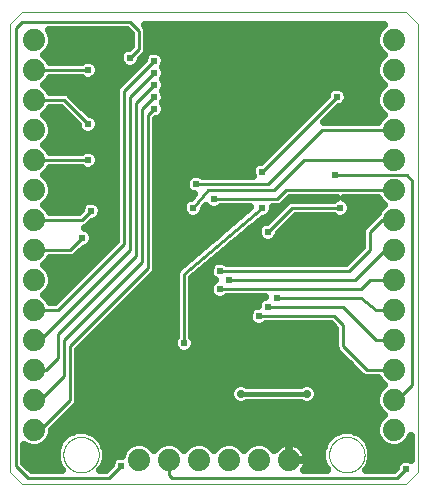
<source format=gbl>
G75*
%MOIN*%
%OFA0B0*%
%FSLAX25Y25*%
%IPPOS*%
%LPD*%
%AMOC8*
5,1,8,0,0,1.08239X$1,22.5*
%
%ADD10C,0.00000*%
%ADD11C,0.07400*%
%ADD12C,0.02500*%
%ADD13C,0.02400*%
%ADD14C,0.02800*%
%ADD15C,0.01600*%
%ADD16C,0.01000*%
D10*
X0002250Y0006187D02*
X0006187Y0002250D01*
X0134140Y0002250D01*
X0138077Y0006187D01*
X0138077Y0155793D01*
X0134140Y0159730D01*
X0006187Y0159730D01*
X0002250Y0155793D01*
X0002250Y0006187D01*
X0019966Y0012093D02*
X0019968Y0012246D01*
X0019974Y0012400D01*
X0019984Y0012553D01*
X0019998Y0012705D01*
X0020016Y0012858D01*
X0020038Y0013009D01*
X0020063Y0013160D01*
X0020093Y0013311D01*
X0020127Y0013461D01*
X0020164Y0013609D01*
X0020205Y0013757D01*
X0020250Y0013903D01*
X0020299Y0014049D01*
X0020352Y0014193D01*
X0020408Y0014335D01*
X0020468Y0014476D01*
X0020532Y0014616D01*
X0020599Y0014754D01*
X0020670Y0014890D01*
X0020745Y0015024D01*
X0020822Y0015156D01*
X0020904Y0015286D01*
X0020988Y0015414D01*
X0021076Y0015540D01*
X0021167Y0015663D01*
X0021261Y0015784D01*
X0021359Y0015902D01*
X0021459Y0016018D01*
X0021563Y0016131D01*
X0021669Y0016242D01*
X0021778Y0016350D01*
X0021890Y0016455D01*
X0022004Y0016556D01*
X0022122Y0016655D01*
X0022241Y0016751D01*
X0022363Y0016844D01*
X0022488Y0016933D01*
X0022615Y0017020D01*
X0022744Y0017102D01*
X0022875Y0017182D01*
X0023008Y0017258D01*
X0023143Y0017331D01*
X0023280Y0017400D01*
X0023419Y0017465D01*
X0023559Y0017527D01*
X0023701Y0017585D01*
X0023844Y0017640D01*
X0023989Y0017691D01*
X0024135Y0017738D01*
X0024282Y0017781D01*
X0024430Y0017820D01*
X0024579Y0017856D01*
X0024729Y0017887D01*
X0024880Y0017915D01*
X0025031Y0017939D01*
X0025184Y0017959D01*
X0025336Y0017975D01*
X0025489Y0017987D01*
X0025642Y0017995D01*
X0025795Y0017999D01*
X0025949Y0017999D01*
X0026102Y0017995D01*
X0026255Y0017987D01*
X0026408Y0017975D01*
X0026560Y0017959D01*
X0026713Y0017939D01*
X0026864Y0017915D01*
X0027015Y0017887D01*
X0027165Y0017856D01*
X0027314Y0017820D01*
X0027462Y0017781D01*
X0027609Y0017738D01*
X0027755Y0017691D01*
X0027900Y0017640D01*
X0028043Y0017585D01*
X0028185Y0017527D01*
X0028325Y0017465D01*
X0028464Y0017400D01*
X0028601Y0017331D01*
X0028736Y0017258D01*
X0028869Y0017182D01*
X0029000Y0017102D01*
X0029129Y0017020D01*
X0029256Y0016933D01*
X0029381Y0016844D01*
X0029503Y0016751D01*
X0029622Y0016655D01*
X0029740Y0016556D01*
X0029854Y0016455D01*
X0029966Y0016350D01*
X0030075Y0016242D01*
X0030181Y0016131D01*
X0030285Y0016018D01*
X0030385Y0015902D01*
X0030483Y0015784D01*
X0030577Y0015663D01*
X0030668Y0015540D01*
X0030756Y0015414D01*
X0030840Y0015286D01*
X0030922Y0015156D01*
X0030999Y0015024D01*
X0031074Y0014890D01*
X0031145Y0014754D01*
X0031212Y0014616D01*
X0031276Y0014476D01*
X0031336Y0014335D01*
X0031392Y0014193D01*
X0031445Y0014049D01*
X0031494Y0013903D01*
X0031539Y0013757D01*
X0031580Y0013609D01*
X0031617Y0013461D01*
X0031651Y0013311D01*
X0031681Y0013160D01*
X0031706Y0013009D01*
X0031728Y0012858D01*
X0031746Y0012705D01*
X0031760Y0012553D01*
X0031770Y0012400D01*
X0031776Y0012246D01*
X0031778Y0012093D01*
X0031776Y0011940D01*
X0031770Y0011786D01*
X0031760Y0011633D01*
X0031746Y0011481D01*
X0031728Y0011328D01*
X0031706Y0011177D01*
X0031681Y0011026D01*
X0031651Y0010875D01*
X0031617Y0010725D01*
X0031580Y0010577D01*
X0031539Y0010429D01*
X0031494Y0010283D01*
X0031445Y0010137D01*
X0031392Y0009993D01*
X0031336Y0009851D01*
X0031276Y0009710D01*
X0031212Y0009570D01*
X0031145Y0009432D01*
X0031074Y0009296D01*
X0030999Y0009162D01*
X0030922Y0009030D01*
X0030840Y0008900D01*
X0030756Y0008772D01*
X0030668Y0008646D01*
X0030577Y0008523D01*
X0030483Y0008402D01*
X0030385Y0008284D01*
X0030285Y0008168D01*
X0030181Y0008055D01*
X0030075Y0007944D01*
X0029966Y0007836D01*
X0029854Y0007731D01*
X0029740Y0007630D01*
X0029622Y0007531D01*
X0029503Y0007435D01*
X0029381Y0007342D01*
X0029256Y0007253D01*
X0029129Y0007166D01*
X0029000Y0007084D01*
X0028869Y0007004D01*
X0028736Y0006928D01*
X0028601Y0006855D01*
X0028464Y0006786D01*
X0028325Y0006721D01*
X0028185Y0006659D01*
X0028043Y0006601D01*
X0027900Y0006546D01*
X0027755Y0006495D01*
X0027609Y0006448D01*
X0027462Y0006405D01*
X0027314Y0006366D01*
X0027165Y0006330D01*
X0027015Y0006299D01*
X0026864Y0006271D01*
X0026713Y0006247D01*
X0026560Y0006227D01*
X0026408Y0006211D01*
X0026255Y0006199D01*
X0026102Y0006191D01*
X0025949Y0006187D01*
X0025795Y0006187D01*
X0025642Y0006191D01*
X0025489Y0006199D01*
X0025336Y0006211D01*
X0025184Y0006227D01*
X0025031Y0006247D01*
X0024880Y0006271D01*
X0024729Y0006299D01*
X0024579Y0006330D01*
X0024430Y0006366D01*
X0024282Y0006405D01*
X0024135Y0006448D01*
X0023989Y0006495D01*
X0023844Y0006546D01*
X0023701Y0006601D01*
X0023559Y0006659D01*
X0023419Y0006721D01*
X0023280Y0006786D01*
X0023143Y0006855D01*
X0023008Y0006928D01*
X0022875Y0007004D01*
X0022744Y0007084D01*
X0022615Y0007166D01*
X0022488Y0007253D01*
X0022363Y0007342D01*
X0022241Y0007435D01*
X0022122Y0007531D01*
X0022004Y0007630D01*
X0021890Y0007731D01*
X0021778Y0007836D01*
X0021669Y0007944D01*
X0021563Y0008055D01*
X0021459Y0008168D01*
X0021359Y0008284D01*
X0021261Y0008402D01*
X0021167Y0008523D01*
X0021076Y0008646D01*
X0020988Y0008772D01*
X0020904Y0008900D01*
X0020822Y0009030D01*
X0020745Y0009162D01*
X0020670Y0009296D01*
X0020599Y0009432D01*
X0020532Y0009570D01*
X0020468Y0009710D01*
X0020408Y0009851D01*
X0020352Y0009993D01*
X0020299Y0010137D01*
X0020250Y0010283D01*
X0020205Y0010429D01*
X0020164Y0010577D01*
X0020127Y0010725D01*
X0020093Y0010875D01*
X0020063Y0011026D01*
X0020038Y0011177D01*
X0020016Y0011328D01*
X0019998Y0011481D01*
X0019984Y0011633D01*
X0019974Y0011786D01*
X0019968Y0011940D01*
X0019966Y0012093D01*
X0108549Y0012093D02*
X0108551Y0012246D01*
X0108557Y0012400D01*
X0108567Y0012553D01*
X0108581Y0012705D01*
X0108599Y0012858D01*
X0108621Y0013009D01*
X0108646Y0013160D01*
X0108676Y0013311D01*
X0108710Y0013461D01*
X0108747Y0013609D01*
X0108788Y0013757D01*
X0108833Y0013903D01*
X0108882Y0014049D01*
X0108935Y0014193D01*
X0108991Y0014335D01*
X0109051Y0014476D01*
X0109115Y0014616D01*
X0109182Y0014754D01*
X0109253Y0014890D01*
X0109328Y0015024D01*
X0109405Y0015156D01*
X0109487Y0015286D01*
X0109571Y0015414D01*
X0109659Y0015540D01*
X0109750Y0015663D01*
X0109844Y0015784D01*
X0109942Y0015902D01*
X0110042Y0016018D01*
X0110146Y0016131D01*
X0110252Y0016242D01*
X0110361Y0016350D01*
X0110473Y0016455D01*
X0110587Y0016556D01*
X0110705Y0016655D01*
X0110824Y0016751D01*
X0110946Y0016844D01*
X0111071Y0016933D01*
X0111198Y0017020D01*
X0111327Y0017102D01*
X0111458Y0017182D01*
X0111591Y0017258D01*
X0111726Y0017331D01*
X0111863Y0017400D01*
X0112002Y0017465D01*
X0112142Y0017527D01*
X0112284Y0017585D01*
X0112427Y0017640D01*
X0112572Y0017691D01*
X0112718Y0017738D01*
X0112865Y0017781D01*
X0113013Y0017820D01*
X0113162Y0017856D01*
X0113312Y0017887D01*
X0113463Y0017915D01*
X0113614Y0017939D01*
X0113767Y0017959D01*
X0113919Y0017975D01*
X0114072Y0017987D01*
X0114225Y0017995D01*
X0114378Y0017999D01*
X0114532Y0017999D01*
X0114685Y0017995D01*
X0114838Y0017987D01*
X0114991Y0017975D01*
X0115143Y0017959D01*
X0115296Y0017939D01*
X0115447Y0017915D01*
X0115598Y0017887D01*
X0115748Y0017856D01*
X0115897Y0017820D01*
X0116045Y0017781D01*
X0116192Y0017738D01*
X0116338Y0017691D01*
X0116483Y0017640D01*
X0116626Y0017585D01*
X0116768Y0017527D01*
X0116908Y0017465D01*
X0117047Y0017400D01*
X0117184Y0017331D01*
X0117319Y0017258D01*
X0117452Y0017182D01*
X0117583Y0017102D01*
X0117712Y0017020D01*
X0117839Y0016933D01*
X0117964Y0016844D01*
X0118086Y0016751D01*
X0118205Y0016655D01*
X0118323Y0016556D01*
X0118437Y0016455D01*
X0118549Y0016350D01*
X0118658Y0016242D01*
X0118764Y0016131D01*
X0118868Y0016018D01*
X0118968Y0015902D01*
X0119066Y0015784D01*
X0119160Y0015663D01*
X0119251Y0015540D01*
X0119339Y0015414D01*
X0119423Y0015286D01*
X0119505Y0015156D01*
X0119582Y0015024D01*
X0119657Y0014890D01*
X0119728Y0014754D01*
X0119795Y0014616D01*
X0119859Y0014476D01*
X0119919Y0014335D01*
X0119975Y0014193D01*
X0120028Y0014049D01*
X0120077Y0013903D01*
X0120122Y0013757D01*
X0120163Y0013609D01*
X0120200Y0013461D01*
X0120234Y0013311D01*
X0120264Y0013160D01*
X0120289Y0013009D01*
X0120311Y0012858D01*
X0120329Y0012705D01*
X0120343Y0012553D01*
X0120353Y0012400D01*
X0120359Y0012246D01*
X0120361Y0012093D01*
X0120359Y0011940D01*
X0120353Y0011786D01*
X0120343Y0011633D01*
X0120329Y0011481D01*
X0120311Y0011328D01*
X0120289Y0011177D01*
X0120264Y0011026D01*
X0120234Y0010875D01*
X0120200Y0010725D01*
X0120163Y0010577D01*
X0120122Y0010429D01*
X0120077Y0010283D01*
X0120028Y0010137D01*
X0119975Y0009993D01*
X0119919Y0009851D01*
X0119859Y0009710D01*
X0119795Y0009570D01*
X0119728Y0009432D01*
X0119657Y0009296D01*
X0119582Y0009162D01*
X0119505Y0009030D01*
X0119423Y0008900D01*
X0119339Y0008772D01*
X0119251Y0008646D01*
X0119160Y0008523D01*
X0119066Y0008402D01*
X0118968Y0008284D01*
X0118868Y0008168D01*
X0118764Y0008055D01*
X0118658Y0007944D01*
X0118549Y0007836D01*
X0118437Y0007731D01*
X0118323Y0007630D01*
X0118205Y0007531D01*
X0118086Y0007435D01*
X0117964Y0007342D01*
X0117839Y0007253D01*
X0117712Y0007166D01*
X0117583Y0007084D01*
X0117452Y0007004D01*
X0117319Y0006928D01*
X0117184Y0006855D01*
X0117047Y0006786D01*
X0116908Y0006721D01*
X0116768Y0006659D01*
X0116626Y0006601D01*
X0116483Y0006546D01*
X0116338Y0006495D01*
X0116192Y0006448D01*
X0116045Y0006405D01*
X0115897Y0006366D01*
X0115748Y0006330D01*
X0115598Y0006299D01*
X0115447Y0006271D01*
X0115296Y0006247D01*
X0115143Y0006227D01*
X0114991Y0006211D01*
X0114838Y0006199D01*
X0114685Y0006191D01*
X0114532Y0006187D01*
X0114378Y0006187D01*
X0114225Y0006191D01*
X0114072Y0006199D01*
X0113919Y0006211D01*
X0113767Y0006227D01*
X0113614Y0006247D01*
X0113463Y0006271D01*
X0113312Y0006299D01*
X0113162Y0006330D01*
X0113013Y0006366D01*
X0112865Y0006405D01*
X0112718Y0006448D01*
X0112572Y0006495D01*
X0112427Y0006546D01*
X0112284Y0006601D01*
X0112142Y0006659D01*
X0112002Y0006721D01*
X0111863Y0006786D01*
X0111726Y0006855D01*
X0111591Y0006928D01*
X0111458Y0007004D01*
X0111327Y0007084D01*
X0111198Y0007166D01*
X0111071Y0007253D01*
X0110946Y0007342D01*
X0110824Y0007435D01*
X0110705Y0007531D01*
X0110587Y0007630D01*
X0110473Y0007731D01*
X0110361Y0007836D01*
X0110252Y0007944D01*
X0110146Y0008055D01*
X0110042Y0008168D01*
X0109942Y0008284D01*
X0109844Y0008402D01*
X0109750Y0008523D01*
X0109659Y0008646D01*
X0109571Y0008772D01*
X0109487Y0008900D01*
X0109405Y0009030D01*
X0109328Y0009162D01*
X0109253Y0009296D01*
X0109182Y0009432D01*
X0109115Y0009570D01*
X0109051Y0009710D01*
X0108991Y0009851D01*
X0108935Y0009993D01*
X0108882Y0010137D01*
X0108833Y0010283D01*
X0108788Y0010429D01*
X0108747Y0010577D01*
X0108710Y0010725D01*
X0108676Y0010875D01*
X0108646Y0011026D01*
X0108621Y0011177D01*
X0108599Y0011328D01*
X0108581Y0011481D01*
X0108567Y0011633D01*
X0108557Y0011786D01*
X0108551Y0011940D01*
X0108549Y0012093D01*
D11*
X0095250Y0010250D03*
X0085250Y0010250D03*
X0075250Y0010250D03*
X0065250Y0010250D03*
X0055250Y0010250D03*
X0045250Y0010250D03*
X0010250Y0020250D03*
X0010250Y0030250D03*
X0010250Y0040250D03*
X0010250Y0050250D03*
X0010250Y0060250D03*
X0010250Y0070250D03*
X0010250Y0080250D03*
X0010250Y0090250D03*
X0010250Y0100250D03*
X0010250Y0110250D03*
X0010250Y0120250D03*
X0010250Y0130250D03*
X0010250Y0140250D03*
X0010250Y0150250D03*
X0130250Y0150250D03*
X0130250Y0140250D03*
X0130250Y0130250D03*
X0130250Y0120250D03*
X0130250Y0110250D03*
X0130250Y0100250D03*
X0130250Y0090250D03*
X0130250Y0080250D03*
X0130250Y0070250D03*
X0130250Y0060250D03*
X0130250Y0050250D03*
X0130250Y0040250D03*
X0130250Y0030250D03*
X0130250Y0020250D03*
D12*
X0126835Y0025250D02*
X0125206Y0023620D01*
X0124300Y0021434D01*
X0124300Y0019066D01*
X0125206Y0016880D01*
X0126880Y0015206D01*
X0129066Y0014300D01*
X0131434Y0014300D01*
X0133620Y0015206D01*
X0135294Y0016880D01*
X0135827Y0018165D01*
X0135827Y0010331D01*
X0134936Y0010700D01*
X0133564Y0010700D01*
X0132296Y0010175D01*
X0131325Y0009204D01*
X0130800Y0007936D01*
X0130800Y0007689D01*
X0130111Y0007000D01*
X0120896Y0007000D01*
X0121369Y0007473D01*
X0122610Y0010470D01*
X0122610Y0013715D01*
X0121369Y0016712D01*
X0119074Y0019006D01*
X0116077Y0020248D01*
X0112832Y0020248D01*
X0109835Y0019006D01*
X0107541Y0016712D01*
X0106299Y0013715D01*
X0106299Y0010470D01*
X0107541Y0007473D01*
X0108014Y0007000D01*
X0100243Y0007000D01*
X0100339Y0007132D01*
X0100764Y0007966D01*
X0101053Y0008857D01*
X0101200Y0009782D01*
X0101200Y0010250D01*
X0101200Y0010718D01*
X0101053Y0011643D01*
X0100764Y0012534D01*
X0100339Y0013368D01*
X0099788Y0014126D01*
X0099126Y0014788D01*
X0098368Y0015339D01*
X0097534Y0015764D01*
X0096643Y0016053D01*
X0095718Y0016200D01*
X0095250Y0016200D01*
X0095250Y0010250D01*
X0095250Y0010250D01*
X0101200Y0010250D01*
X0095250Y0010250D01*
X0095250Y0010250D01*
X0095250Y0016200D01*
X0094782Y0016200D01*
X0093857Y0016053D01*
X0092966Y0015764D01*
X0092132Y0015339D01*
X0091374Y0014788D01*
X0090712Y0014126D01*
X0090312Y0013577D01*
X0090294Y0013620D01*
X0088620Y0015294D01*
X0086434Y0016200D01*
X0084066Y0016200D01*
X0081880Y0015294D01*
X0080250Y0013665D01*
X0078620Y0015294D01*
X0076434Y0016200D01*
X0074066Y0016200D01*
X0071880Y0015294D01*
X0070250Y0013665D01*
X0068620Y0015294D01*
X0066434Y0016200D01*
X0064066Y0016200D01*
X0061880Y0015294D01*
X0060250Y0013665D01*
X0058620Y0015294D01*
X0056434Y0016200D01*
X0054066Y0016200D01*
X0051880Y0015294D01*
X0050250Y0013665D01*
X0048620Y0015294D01*
X0046434Y0016200D01*
X0044066Y0016200D01*
X0041880Y0015294D01*
X0040206Y0013620D01*
X0039410Y0011700D01*
X0038564Y0011700D01*
X0037296Y0011175D01*
X0036325Y0010204D01*
X0035800Y0008936D01*
X0035800Y0008689D01*
X0034111Y0007000D01*
X0032313Y0007000D01*
X0032786Y0007473D01*
X0034028Y0010470D01*
X0034028Y0013715D01*
X0032786Y0016712D01*
X0030492Y0019006D01*
X0027494Y0020248D01*
X0024250Y0020248D01*
X0021252Y0019006D01*
X0018958Y0016712D01*
X0017717Y0013715D01*
X0017717Y0010470D01*
X0018958Y0007473D01*
X0019431Y0007000D01*
X0009389Y0007000D01*
X0007000Y0009389D01*
X0007000Y0015156D01*
X0009066Y0014300D01*
X0011434Y0014300D01*
X0013620Y0015206D01*
X0015294Y0016880D01*
X0016200Y0019066D01*
X0016200Y0020311D01*
X0023808Y0027919D01*
X0024581Y0028692D01*
X0025000Y0029703D01*
X0025000Y0047111D01*
X0049808Y0071919D01*
X0050581Y0072692D01*
X0051000Y0073703D01*
X0051000Y0123826D01*
X0052204Y0124325D01*
X0053175Y0125296D01*
X0053700Y0126564D01*
X0053700Y0127936D01*
X0053175Y0129204D01*
X0053129Y0129250D01*
X0053175Y0129296D01*
X0053700Y0130564D01*
X0053700Y0131936D01*
X0053175Y0133204D01*
X0053129Y0133250D01*
X0053175Y0133296D01*
X0053700Y0134564D01*
X0053700Y0135936D01*
X0053175Y0137204D01*
X0053129Y0137250D01*
X0053175Y0137296D01*
X0053700Y0138564D01*
X0053700Y0139936D01*
X0053175Y0141204D01*
X0053129Y0141250D01*
X0053175Y0141296D01*
X0053700Y0142564D01*
X0053700Y0143936D01*
X0053175Y0145204D01*
X0052204Y0146175D01*
X0050936Y0146700D01*
X0049564Y0146700D01*
X0048296Y0146175D01*
X0047325Y0145204D01*
X0046800Y0143936D01*
X0046800Y0143689D01*
X0038692Y0135581D01*
X0037919Y0134808D01*
X0037500Y0133797D01*
X0037500Y0083389D01*
X0017111Y0063000D01*
X0015551Y0063000D01*
X0015294Y0063620D01*
X0013665Y0065250D01*
X0015294Y0066880D01*
X0016200Y0069066D01*
X0016200Y0071434D01*
X0015294Y0073620D01*
X0013665Y0075250D01*
X0015294Y0076880D01*
X0015551Y0077500D01*
X0022797Y0077500D01*
X0023808Y0077919D01*
X0024581Y0078692D01*
X0026689Y0080800D01*
X0026936Y0080800D01*
X0028204Y0081325D01*
X0029175Y0082296D01*
X0029700Y0083564D01*
X0029700Y0084936D01*
X0029175Y0086204D01*
X0028204Y0087175D01*
X0027108Y0087629D01*
X0027808Y0087919D01*
X0028581Y0088692D01*
X0029689Y0089800D01*
X0029936Y0089800D01*
X0031204Y0090325D01*
X0032175Y0091296D01*
X0032700Y0092564D01*
X0032700Y0093936D01*
X0032175Y0095204D01*
X0031204Y0096175D01*
X0029936Y0096700D01*
X0028564Y0096700D01*
X0027296Y0096175D01*
X0026325Y0095204D01*
X0025800Y0093936D01*
X0025800Y0093689D01*
X0025111Y0093000D01*
X0015551Y0093000D01*
X0015294Y0093620D01*
X0013665Y0095250D01*
X0015294Y0096880D01*
X0016200Y0099066D01*
X0016200Y0101434D01*
X0015294Y0103620D01*
X0013665Y0105250D01*
X0015294Y0106880D01*
X0015551Y0107500D01*
X0026121Y0107500D01*
X0026296Y0107325D01*
X0027564Y0106800D01*
X0028936Y0106800D01*
X0030204Y0107325D01*
X0031175Y0108296D01*
X0031700Y0109564D01*
X0031700Y0110936D01*
X0031175Y0112204D01*
X0030204Y0113175D01*
X0028936Y0113700D01*
X0027564Y0113700D01*
X0026296Y0113175D01*
X0026121Y0113000D01*
X0015551Y0113000D01*
X0015294Y0113620D01*
X0013665Y0115250D01*
X0015294Y0116880D01*
X0016200Y0119066D01*
X0016200Y0121434D01*
X0015294Y0123620D01*
X0013665Y0125250D01*
X0015294Y0126880D01*
X0015551Y0127500D01*
X0019111Y0127500D01*
X0024800Y0121811D01*
X0024800Y0121564D01*
X0025325Y0120296D01*
X0026296Y0119325D01*
X0027564Y0118800D01*
X0028936Y0118800D01*
X0030204Y0119325D01*
X0031175Y0120296D01*
X0031700Y0121564D01*
X0031700Y0122936D01*
X0031175Y0124204D01*
X0030204Y0125175D01*
X0028936Y0125700D01*
X0028689Y0125700D01*
X0022581Y0131808D01*
X0021808Y0132581D01*
X0020797Y0133000D01*
X0015551Y0133000D01*
X0015294Y0133620D01*
X0013665Y0135250D01*
X0015294Y0136880D01*
X0015551Y0137500D01*
X0026121Y0137500D01*
X0026296Y0137325D01*
X0027564Y0136800D01*
X0028936Y0136800D01*
X0030204Y0137325D01*
X0031175Y0138296D01*
X0031700Y0139564D01*
X0031700Y0140936D01*
X0031175Y0142204D01*
X0030204Y0143175D01*
X0028936Y0143700D01*
X0027564Y0143700D01*
X0026296Y0143175D01*
X0026121Y0143000D01*
X0015551Y0143000D01*
X0015294Y0143620D01*
X0013665Y0145250D01*
X0015294Y0146880D01*
X0016200Y0149066D01*
X0016200Y0151434D01*
X0015344Y0153500D01*
X0041048Y0153500D01*
X0042449Y0152099D01*
X0042488Y0148377D01*
X0041811Y0147700D01*
X0041564Y0147700D01*
X0040296Y0147175D01*
X0039325Y0146204D01*
X0038800Y0144936D01*
X0038800Y0143564D01*
X0039325Y0142296D01*
X0040296Y0141325D01*
X0041564Y0140800D01*
X0042936Y0140800D01*
X0044204Y0141325D01*
X0045175Y0142296D01*
X0045700Y0143564D01*
X0045700Y0143811D01*
X0046818Y0144929D01*
X0046832Y0144935D01*
X0047205Y0145316D01*
X0047581Y0145692D01*
X0047587Y0145706D01*
X0047598Y0145717D01*
X0047796Y0146211D01*
X0048000Y0146703D01*
X0048000Y0146718D01*
X0048006Y0146732D01*
X0048000Y0147264D01*
X0048000Y0147797D01*
X0047994Y0147811D01*
X0047937Y0153264D01*
X0047937Y0153797D01*
X0047931Y0153811D01*
X0047931Y0153826D01*
X0047722Y0154316D01*
X0047518Y0154808D01*
X0047508Y0154818D01*
X0047502Y0154832D01*
X0047121Y0155205D01*
X0047076Y0155250D01*
X0126835Y0155250D01*
X0125206Y0153620D01*
X0124300Y0151434D01*
X0124300Y0149066D01*
X0125206Y0146880D01*
X0126835Y0145250D01*
X0125206Y0143620D01*
X0124300Y0141434D01*
X0124300Y0139066D01*
X0125206Y0136880D01*
X0126835Y0135250D01*
X0125206Y0133620D01*
X0124300Y0131434D01*
X0124300Y0129066D01*
X0125206Y0126880D01*
X0126835Y0125250D01*
X0125206Y0123620D01*
X0124949Y0123000D01*
X0106889Y0123000D01*
X0111791Y0127902D01*
X0111960Y0127902D01*
X0113228Y0128428D01*
X0114198Y0129398D01*
X0114724Y0130666D01*
X0114724Y0132039D01*
X0114198Y0133307D01*
X0113228Y0134277D01*
X0111960Y0134802D01*
X0110587Y0134802D01*
X0109319Y0134277D01*
X0108349Y0133307D01*
X0107824Y0132039D01*
X0107824Y0131713D01*
X0085811Y0109700D01*
X0085564Y0109700D01*
X0084296Y0109175D01*
X0083325Y0108204D01*
X0082800Y0106936D01*
X0082800Y0105564D01*
X0083034Y0105000D01*
X0066379Y0105000D01*
X0066204Y0105175D01*
X0064936Y0105700D01*
X0063564Y0105700D01*
X0062296Y0105175D01*
X0061325Y0104204D01*
X0060800Y0102936D01*
X0060800Y0101564D01*
X0061325Y0100296D01*
X0062296Y0099325D01*
X0063488Y0098831D01*
X0062536Y0097688D01*
X0061296Y0097175D01*
X0060325Y0096204D01*
X0059800Y0094936D01*
X0059800Y0093564D01*
X0060325Y0092296D01*
X0061296Y0091325D01*
X0062564Y0090800D01*
X0063936Y0090800D01*
X0065204Y0091325D01*
X0066175Y0092296D01*
X0066700Y0093564D01*
X0066700Y0094094D01*
X0067530Y0095091D01*
X0068296Y0094325D01*
X0069564Y0093800D01*
X0070936Y0093800D01*
X0072204Y0094325D01*
X0072379Y0094500D01*
X0082288Y0094500D01*
X0058801Y0074626D01*
X0058692Y0074581D01*
X0058386Y0074275D01*
X0058056Y0073996D01*
X0058002Y0073891D01*
X0057919Y0073808D01*
X0057753Y0073408D01*
X0057555Y0073023D01*
X0057545Y0072906D01*
X0057500Y0072797D01*
X0057500Y0072364D01*
X0057464Y0071933D01*
X0057500Y0071821D01*
X0057500Y0051379D01*
X0057325Y0051204D01*
X0056800Y0049936D01*
X0056800Y0048564D01*
X0057325Y0047296D01*
X0058296Y0046325D01*
X0059564Y0045800D01*
X0060936Y0045800D01*
X0062204Y0046325D01*
X0063175Y0047296D01*
X0063700Y0048564D01*
X0063700Y0049936D01*
X0063175Y0051204D01*
X0063000Y0051379D01*
X0063000Y0070975D01*
X0086430Y0090800D01*
X0086936Y0090800D01*
X0088204Y0091325D01*
X0089175Y0092296D01*
X0089700Y0093564D01*
X0089700Y0094500D01*
X0091797Y0094500D01*
X0092808Y0094919D01*
X0095389Y0097500D01*
X0111081Y0097500D01*
X0110296Y0097175D01*
X0110121Y0097000D01*
X0095703Y0097000D01*
X0094692Y0096581D01*
X0087811Y0089700D01*
X0087564Y0089700D01*
X0086296Y0089175D01*
X0085325Y0088204D01*
X0084800Y0086936D01*
X0084800Y0085564D01*
X0085325Y0084296D01*
X0086296Y0083325D01*
X0087564Y0082800D01*
X0088936Y0082800D01*
X0090204Y0083325D01*
X0091175Y0084296D01*
X0091700Y0085564D01*
X0091700Y0085811D01*
X0097389Y0091500D01*
X0110121Y0091500D01*
X0110296Y0091325D01*
X0111564Y0090800D01*
X0112936Y0090800D01*
X0114204Y0091325D01*
X0115175Y0092296D01*
X0115700Y0093564D01*
X0115700Y0094936D01*
X0115175Y0096204D01*
X0114204Y0097175D01*
X0113419Y0097500D01*
X0124949Y0097500D01*
X0125206Y0096880D01*
X0126835Y0095250D01*
X0125206Y0093620D01*
X0124793Y0092623D01*
X0124692Y0092581D01*
X0123919Y0091808D01*
X0119919Y0087808D01*
X0119500Y0086797D01*
X0119500Y0081389D01*
X0114111Y0076000D01*
X0074379Y0076000D01*
X0074204Y0076175D01*
X0072936Y0076700D01*
X0071564Y0076700D01*
X0070296Y0076175D01*
X0069325Y0075204D01*
X0068800Y0073936D01*
X0068800Y0072564D01*
X0069325Y0071296D01*
X0070296Y0070325D01*
X0070477Y0070250D01*
X0070296Y0070175D01*
X0069325Y0069204D01*
X0068800Y0067936D01*
X0068800Y0066564D01*
X0069325Y0065296D01*
X0070296Y0064325D01*
X0071564Y0063800D01*
X0072936Y0063800D01*
X0074204Y0064325D01*
X0074379Y0064500D01*
X0087081Y0064500D01*
X0086296Y0064175D01*
X0085325Y0063204D01*
X0084800Y0061936D01*
X0084800Y0061700D01*
X0084564Y0061700D01*
X0083296Y0061175D01*
X0082325Y0060204D01*
X0081800Y0058936D01*
X0081800Y0057564D01*
X0082325Y0056296D01*
X0083296Y0055325D01*
X0084564Y0054800D01*
X0085936Y0054800D01*
X0087204Y0055325D01*
X0087379Y0055500D01*
X0109111Y0055500D01*
X0110500Y0054111D01*
X0110500Y0047703D01*
X0110919Y0046692D01*
X0118919Y0038692D01*
X0119692Y0037919D01*
X0120703Y0037500D01*
X0124949Y0037500D01*
X0125206Y0036880D01*
X0126835Y0035250D01*
X0125206Y0033620D01*
X0124300Y0031434D01*
X0124300Y0029066D01*
X0125206Y0026880D01*
X0126835Y0025250D01*
X0126322Y0024737D02*
X0020626Y0024737D01*
X0023124Y0027235D02*
X0125059Y0027235D01*
X0124300Y0029734D02*
X0103896Y0029734D01*
X0104344Y0030182D02*
X0103318Y0029156D01*
X0101976Y0028600D01*
X0100524Y0028600D01*
X0099182Y0029156D01*
X0099138Y0029200D01*
X0081362Y0029200D01*
X0081318Y0029156D01*
X0079976Y0028600D01*
X0078524Y0028600D01*
X0077182Y0029156D01*
X0076156Y0030182D01*
X0075600Y0031524D01*
X0075600Y0032976D01*
X0076156Y0034318D01*
X0077182Y0035344D01*
X0078524Y0035900D01*
X0079976Y0035900D01*
X0081318Y0035344D01*
X0081362Y0035300D01*
X0099138Y0035300D01*
X0099182Y0035344D01*
X0100524Y0035900D01*
X0101976Y0035900D01*
X0103318Y0035344D01*
X0104344Y0034318D01*
X0104900Y0032976D01*
X0104900Y0031524D01*
X0104344Y0030182D01*
X0104900Y0032232D02*
X0124631Y0032232D01*
X0126316Y0034731D02*
X0103931Y0034731D01*
X0110699Y0047223D02*
X0063102Y0047223D01*
X0063700Y0049722D02*
X0110500Y0049722D01*
X0110500Y0052220D02*
X0063000Y0052220D01*
X0063000Y0054719D02*
X0109892Y0054719D01*
X0112886Y0044725D02*
X0025000Y0044725D01*
X0025000Y0042226D02*
X0115385Y0042226D01*
X0117883Y0039728D02*
X0025000Y0039728D01*
X0025000Y0037229D02*
X0125061Y0037229D01*
X0124633Y0022238D02*
X0018127Y0022238D01*
X0016200Y0019740D02*
X0023022Y0019740D01*
X0019487Y0017241D02*
X0015444Y0017241D01*
X0018142Y0014743D02*
X0012502Y0014743D01*
X0007998Y0014743D02*
X0007000Y0014743D01*
X0007000Y0012244D02*
X0017717Y0012244D01*
X0018017Y0009746D02*
X0007000Y0009746D01*
X0009142Y0007247D02*
X0019184Y0007247D01*
X0028722Y0019740D02*
X0111605Y0019740D01*
X0108070Y0017241D02*
X0032257Y0017241D01*
X0033602Y0014743D02*
X0041328Y0014743D01*
X0039636Y0012244D02*
X0034028Y0012244D01*
X0033727Y0009746D02*
X0036135Y0009746D01*
X0034358Y0007247D02*
X0032560Y0007247D01*
X0049172Y0014743D02*
X0051328Y0014743D01*
X0059172Y0014743D02*
X0061328Y0014743D01*
X0069172Y0014743D02*
X0071328Y0014743D01*
X0079172Y0014743D02*
X0081328Y0014743D01*
X0089172Y0014743D02*
X0091328Y0014743D01*
X0095250Y0014743D02*
X0095250Y0014743D01*
X0095250Y0012244D02*
X0095250Y0012244D01*
X0099172Y0014743D02*
X0106725Y0014743D01*
X0106299Y0012244D02*
X0100858Y0012244D01*
X0101194Y0009746D02*
X0106599Y0009746D01*
X0107767Y0007247D02*
X0100398Y0007247D01*
X0117304Y0019740D02*
X0124300Y0019740D01*
X0125056Y0017241D02*
X0120840Y0017241D01*
X0122184Y0014743D02*
X0127998Y0014743D01*
X0132502Y0014743D02*
X0135827Y0014743D01*
X0135827Y0017241D02*
X0135444Y0017241D01*
X0135827Y0012244D02*
X0122610Y0012244D01*
X0122310Y0009746D02*
X0131867Y0009746D01*
X0130358Y0007247D02*
X0121143Y0007247D01*
X0081944Y0057217D02*
X0063000Y0057217D01*
X0063000Y0059716D02*
X0082123Y0059716D01*
X0084915Y0062214D02*
X0063000Y0062214D01*
X0063000Y0064713D02*
X0069908Y0064713D01*
X0068800Y0067211D02*
X0063000Y0067211D01*
X0063000Y0069710D02*
X0069831Y0069710D01*
X0068947Y0072208D02*
X0064458Y0072208D01*
X0067411Y0074707D02*
X0069119Y0074707D01*
X0070364Y0077205D02*
X0115316Y0077205D01*
X0117815Y0079704D02*
X0073316Y0079704D01*
X0076269Y0082202D02*
X0119500Y0082202D01*
X0119500Y0084701D02*
X0091343Y0084701D01*
X0093088Y0087199D02*
X0119667Y0087199D01*
X0121809Y0089698D02*
X0095587Y0089698D01*
X0092806Y0094695D02*
X0092268Y0094695D01*
X0090307Y0092196D02*
X0089075Y0092196D01*
X0087559Y0089698D02*
X0085128Y0089698D01*
X0084909Y0087199D02*
X0082175Y0087199D01*
X0079222Y0084701D02*
X0085157Y0084701D01*
X0079566Y0092196D02*
X0066075Y0092196D01*
X0067200Y0094695D02*
X0067926Y0094695D01*
X0061929Y0099692D02*
X0051000Y0099692D01*
X0051000Y0097193D02*
X0061341Y0097193D01*
X0059800Y0094695D02*
X0051000Y0094695D01*
X0051000Y0092196D02*
X0060425Y0092196D01*
X0067755Y0082202D02*
X0051000Y0082202D01*
X0051000Y0084701D02*
X0070707Y0084701D01*
X0073660Y0087199D02*
X0051000Y0087199D01*
X0051000Y0089698D02*
X0076613Y0089698D01*
X0064802Y0079704D02*
X0051000Y0079704D01*
X0051000Y0077205D02*
X0061849Y0077205D01*
X0058896Y0074707D02*
X0051000Y0074707D01*
X0050097Y0072208D02*
X0057487Y0072208D01*
X0057500Y0069710D02*
X0047599Y0069710D01*
X0045100Y0067211D02*
X0057500Y0067211D01*
X0057500Y0064713D02*
X0042602Y0064713D01*
X0040103Y0062214D02*
X0057500Y0062214D01*
X0057500Y0059716D02*
X0037605Y0059716D01*
X0035106Y0057217D02*
X0057500Y0057217D01*
X0057500Y0054719D02*
X0032608Y0054719D01*
X0030109Y0052220D02*
X0057500Y0052220D01*
X0056800Y0049722D02*
X0027611Y0049722D01*
X0025112Y0047223D02*
X0057398Y0047223D01*
X0075600Y0032232D02*
X0025000Y0032232D01*
X0025000Y0029734D02*
X0076604Y0029734D01*
X0076569Y0034731D02*
X0025000Y0034731D01*
X0018824Y0064713D02*
X0014202Y0064713D01*
X0015432Y0067211D02*
X0021322Y0067211D01*
X0023821Y0069710D02*
X0016200Y0069710D01*
X0015879Y0072208D02*
X0026319Y0072208D01*
X0028818Y0074707D02*
X0014208Y0074707D01*
X0015429Y0077205D02*
X0031316Y0077205D01*
X0033815Y0079704D02*
X0025593Y0079704D01*
X0029081Y0082202D02*
X0036313Y0082202D01*
X0037500Y0084701D02*
X0029700Y0084701D01*
X0028145Y0087199D02*
X0037500Y0087199D01*
X0037500Y0089698D02*
X0029587Y0089698D01*
X0032548Y0092196D02*
X0037500Y0092196D01*
X0037500Y0094695D02*
X0032386Y0094695D01*
X0037500Y0097193D02*
X0015424Y0097193D01*
X0016200Y0099692D02*
X0037500Y0099692D01*
X0037500Y0102190D02*
X0015886Y0102190D01*
X0014226Y0104689D02*
X0037500Y0104689D01*
X0037500Y0107187D02*
X0029872Y0107187D01*
X0031700Y0109686D02*
X0037500Y0109686D01*
X0037500Y0112184D02*
X0031183Y0112184D01*
X0026628Y0107187D02*
X0015422Y0107187D01*
X0014232Y0114683D02*
X0037500Y0114683D01*
X0037500Y0117182D02*
X0015419Y0117182D01*
X0016200Y0119680D02*
X0025941Y0119680D01*
X0024432Y0122179D02*
X0015891Y0122179D01*
X0014237Y0124677D02*
X0021934Y0124677D01*
X0019435Y0127176D02*
X0015417Y0127176D01*
X0014243Y0134671D02*
X0037862Y0134671D01*
X0037500Y0132173D02*
X0022216Y0132173D01*
X0024715Y0129674D02*
X0037500Y0129674D01*
X0037500Y0127176D02*
X0027213Y0127176D01*
X0030702Y0124677D02*
X0037500Y0124677D01*
X0037500Y0122179D02*
X0031700Y0122179D01*
X0030559Y0119680D02*
X0037500Y0119680D01*
X0051000Y0119680D02*
X0095791Y0119680D01*
X0098289Y0122179D02*
X0051000Y0122179D01*
X0052556Y0124677D02*
X0100788Y0124677D01*
X0103286Y0127176D02*
X0053700Y0127176D01*
X0053331Y0129674D02*
X0105785Y0129674D01*
X0107879Y0132173D02*
X0053602Y0132173D01*
X0053700Y0134671D02*
X0110271Y0134671D01*
X0112277Y0134671D02*
X0126257Y0134671D01*
X0124606Y0132173D02*
X0114668Y0132173D01*
X0114313Y0129674D02*
X0124300Y0129674D01*
X0125083Y0127176D02*
X0111065Y0127176D01*
X0108566Y0124677D02*
X0126262Y0124677D01*
X0125086Y0137170D02*
X0053189Y0137170D01*
X0053700Y0139668D02*
X0124300Y0139668D01*
X0124604Y0142167D02*
X0053535Y0142167D01*
X0053398Y0144665D02*
X0126251Y0144665D01*
X0125088Y0147164D02*
X0048001Y0147164D01*
X0047102Y0144665D02*
X0046554Y0144665D01*
X0045278Y0142167D02*
X0045046Y0142167D01*
X0042779Y0139668D02*
X0031700Y0139668D01*
X0029829Y0137170D02*
X0040281Y0137170D01*
X0039454Y0142167D02*
X0031190Y0142167D01*
X0026671Y0137170D02*
X0015414Y0137170D01*
X0014249Y0144665D02*
X0038800Y0144665D01*
X0040285Y0147164D02*
X0015412Y0147164D01*
X0016200Y0149662D02*
X0042475Y0149662D01*
X0042387Y0152161D02*
X0015899Y0152161D01*
X0047580Y0154659D02*
X0126245Y0154659D01*
X0124601Y0152161D02*
X0047949Y0152161D01*
X0047975Y0149662D02*
X0124300Y0149662D01*
X0093292Y0117182D02*
X0051000Y0117182D01*
X0051000Y0114683D02*
X0090794Y0114683D01*
X0088295Y0112184D02*
X0051000Y0112184D01*
X0051000Y0109686D02*
X0085530Y0109686D01*
X0082904Y0107187D02*
X0051000Y0107187D01*
X0051000Y0104689D02*
X0061810Y0104689D01*
X0060800Y0102190D02*
X0051000Y0102190D01*
X0026114Y0094695D02*
X0014220Y0094695D01*
X0095083Y0097193D02*
X0110341Y0097193D01*
X0114159Y0097193D02*
X0125076Y0097193D01*
X0126280Y0094695D02*
X0115700Y0094695D01*
X0115075Y0092196D02*
X0124307Y0092196D01*
D13*
X0112250Y0094250D03*
X0110586Y0105268D03*
X0098250Y0088250D03*
X0088250Y0086250D03*
X0086250Y0094250D03*
X0086250Y0106250D03*
X0070250Y0097250D03*
X0063250Y0094250D03*
X0064250Y0102250D03*
X0050250Y0127250D03*
X0050250Y0131250D03*
X0050250Y0135250D03*
X0050250Y0139250D03*
X0050250Y0143250D03*
X0042250Y0144250D03*
X0042250Y0152250D03*
X0048250Y0152250D03*
X0054250Y0152250D03*
X0060250Y0152250D03*
X0066250Y0152250D03*
X0072250Y0152250D03*
X0078250Y0152250D03*
X0084250Y0152250D03*
X0090250Y0152250D03*
X0096250Y0152250D03*
X0111274Y0131352D03*
X0112250Y0080250D03*
X0091250Y0064250D03*
X0088250Y0061250D03*
X0085250Y0058250D03*
X0075250Y0070250D03*
X0072250Y0067250D03*
X0072250Y0073250D03*
X0060250Y0049250D03*
X0052250Y0074250D03*
X0029250Y0093250D03*
X0026250Y0084250D03*
X0028250Y0110250D03*
X0028250Y0122250D03*
X0028250Y0140250D03*
X0039250Y0008250D03*
X0134250Y0007250D03*
D14*
X0101250Y0032250D03*
X0079250Y0032250D03*
D15*
X0101250Y0032250D01*
D16*
X0113250Y0048250D02*
X0121250Y0040250D01*
X0130250Y0040250D01*
X0136250Y0035250D02*
X0131250Y0030250D01*
X0130250Y0030250D01*
X0136250Y0035250D02*
X0136250Y0103250D01*
X0134444Y0105268D01*
X0110586Y0105268D01*
X0112250Y0094250D02*
X0096250Y0094250D01*
X0088250Y0086250D01*
X0086250Y0094250D02*
X0060250Y0072250D01*
X0060250Y0049250D01*
X0072250Y0067250D02*
X0119250Y0067250D01*
X0122250Y0070250D01*
X0130250Y0070250D01*
X0130250Y0060250D02*
X0124250Y0060250D01*
X0119250Y0064250D01*
X0091250Y0064250D01*
X0088250Y0061250D02*
X0113250Y0061250D01*
X0124250Y0050250D01*
X0130250Y0050250D01*
X0117250Y0070250D02*
X0127250Y0080250D01*
X0130250Y0080250D01*
X0122250Y0080250D02*
X0122250Y0086250D01*
X0126250Y0090250D01*
X0130250Y0090250D01*
X0122250Y0080250D02*
X0115250Y0073250D01*
X0072250Y0073250D01*
X0075250Y0070250D02*
X0117250Y0070250D01*
X0110250Y0058250D02*
X0113250Y0055250D01*
X0113250Y0048250D01*
X0110250Y0058250D02*
X0085250Y0058250D01*
X0063250Y0094250D02*
X0068250Y0100250D01*
X0090250Y0100250D01*
X0100250Y0110250D01*
X0130250Y0110250D01*
X0130250Y0100250D02*
X0094250Y0100250D01*
X0091250Y0097250D01*
X0070250Y0097250D01*
X0064250Y0102250D02*
X0088250Y0102250D01*
X0106250Y0120250D01*
X0130250Y0120250D01*
X0111274Y0131274D02*
X0086250Y0106250D01*
X0111274Y0131274D02*
X0111274Y0131352D01*
X0050250Y0131250D02*
X0046250Y0127250D01*
X0046250Y0076250D01*
X0020250Y0050250D01*
X0020250Y0038250D01*
X0012250Y0030250D01*
X0010250Y0030250D01*
X0010250Y0020250D02*
X0012250Y0020250D01*
X0022250Y0030250D01*
X0022250Y0048250D01*
X0048250Y0074250D01*
X0048250Y0125250D01*
X0050250Y0127250D01*
X0044250Y0129250D02*
X0050250Y0135250D01*
X0050250Y0139250D02*
X0042250Y0131250D01*
X0042250Y0080250D01*
X0012250Y0050250D01*
X0010250Y0050250D01*
X0018250Y0052250D02*
X0018250Y0044250D01*
X0014250Y0040250D01*
X0010250Y0040250D01*
X0018250Y0052250D02*
X0044250Y0078250D01*
X0044250Y0129250D01*
X0040250Y0133250D02*
X0040250Y0082250D01*
X0018250Y0060250D01*
X0010250Y0060250D01*
X0010250Y0080250D02*
X0022250Y0080250D01*
X0026250Y0084250D01*
X0026250Y0090250D02*
X0010250Y0090250D01*
X0026250Y0090250D02*
X0029250Y0093250D01*
X0028250Y0110250D02*
X0010250Y0110250D01*
X0010250Y0130250D02*
X0020250Y0130250D01*
X0028250Y0122250D01*
X0040250Y0133250D02*
X0050250Y0143250D01*
X0045250Y0147250D02*
X0045187Y0153250D01*
X0042187Y0156250D01*
X0006250Y0156250D01*
X0004250Y0154250D01*
X0004250Y0008250D01*
X0008250Y0004250D01*
X0035250Y0004250D01*
X0039250Y0008250D01*
X0055250Y0010250D02*
X0055250Y0005250D01*
X0056250Y0004250D01*
X0131250Y0004250D01*
X0134250Y0007250D01*
X0028250Y0140250D02*
X0010250Y0140250D01*
X0042250Y0144250D02*
X0045250Y0147250D01*
M02*

</source>
